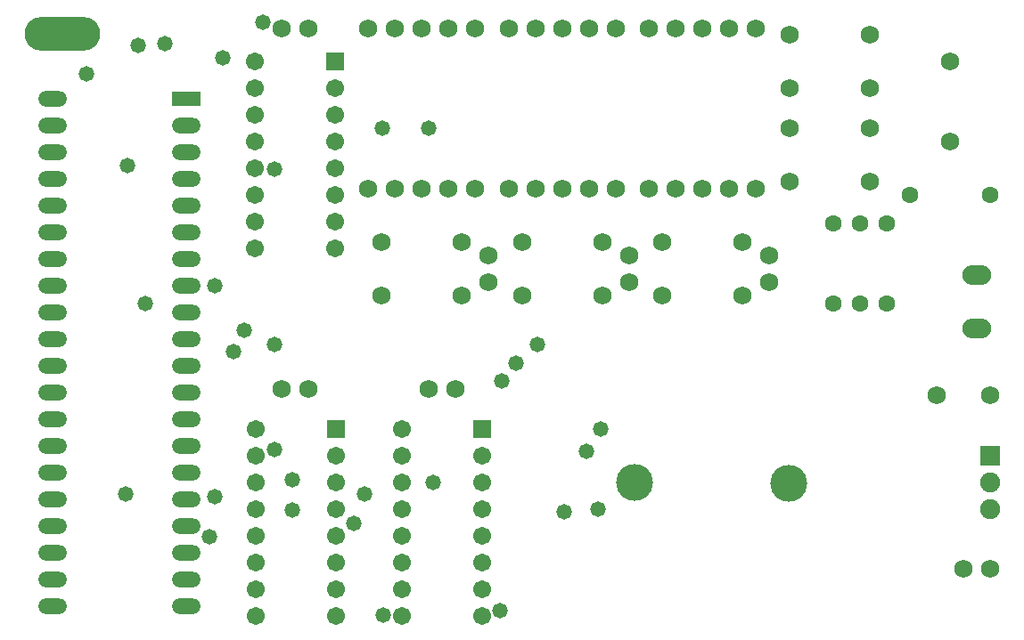
<source format=gts>
G04 Layer_Color=8388736*
%FSLAX44Y44*%
%MOMM*%
G71*
G01*
G75*
%ADD24C,3.5032*%
%ADD25C,1.7272*%
%ADD26O,2.7432X1.4732*%
%ADD27R,2.7432X1.4732*%
%ADD28C,1.6032*%
%ADD29C,1.7032*%
%ADD30R,1.7032X1.7032*%
%ADD31O,7.2032X3.2032*%
%ADD32O,2.7432X1.8542*%
%ADD33R,1.9032X1.9032*%
%ADD34C,1.9032*%
%ADD35C,1.4732*%
D24*
X1490950Y894550D02*
D03*
X1637950Y894300D02*
D03*
D25*
X1638300Y1231900D02*
D03*
X1714500D02*
D03*
Y1181100D02*
D03*
X1638300D02*
D03*
X1714500Y1270000D02*
D03*
X1638300D02*
D03*
Y1320800D02*
D03*
X1714500D02*
D03*
X1517650Y1123950D02*
D03*
X1593850D02*
D03*
Y1073150D02*
D03*
X1517650D02*
D03*
X1384300Y1123950D02*
D03*
X1460500D02*
D03*
Y1073150D02*
D03*
X1384300D02*
D03*
X1250950Y1123950D02*
D03*
X1327150D02*
D03*
Y1073150D02*
D03*
X1250950D02*
D03*
X1790700Y1219200D02*
D03*
Y1295400D02*
D03*
X1352550Y1111250D02*
D03*
Y1085850D02*
D03*
X1619250Y1111250D02*
D03*
Y1085850D02*
D03*
X1485900Y1111250D02*
D03*
Y1085850D02*
D03*
X1155700Y1327150D02*
D03*
X1181100D02*
D03*
X1320800Y984250D02*
D03*
X1295400D02*
D03*
X1238250Y1327150D02*
D03*
X1263650D02*
D03*
X1289050D02*
D03*
X1314450D02*
D03*
X1339850D02*
D03*
Y1174750D02*
D03*
X1314450D02*
D03*
X1289050D02*
D03*
X1263650D02*
D03*
X1238250D02*
D03*
X1371600Y1327150D02*
D03*
X1397000D02*
D03*
X1422400D02*
D03*
X1447800D02*
D03*
X1473200D02*
D03*
Y1174750D02*
D03*
X1447800D02*
D03*
X1422400D02*
D03*
X1397000D02*
D03*
X1371600D02*
D03*
X1504950Y1327150D02*
D03*
X1530350D02*
D03*
X1555750D02*
D03*
X1581150D02*
D03*
X1606550D02*
D03*
Y1174750D02*
D03*
X1581150D02*
D03*
X1555750D02*
D03*
X1530350D02*
D03*
X1504950D02*
D03*
X1828800Y977900D02*
D03*
X1778000D02*
D03*
X1155700Y984250D02*
D03*
X1181100D02*
D03*
X1803400Y812800D02*
D03*
X1828800D02*
D03*
D26*
X938530Y776986D02*
D03*
Y802386D02*
D03*
Y827786D02*
D03*
Y853186D02*
D03*
Y878586D02*
D03*
Y903986D02*
D03*
Y929386D02*
D03*
Y954786D02*
D03*
Y980186D02*
D03*
Y1005586D02*
D03*
Y1030986D02*
D03*
Y1056386D02*
D03*
Y1081786D02*
D03*
Y1107186D02*
D03*
Y1132586D02*
D03*
Y1157986D02*
D03*
Y1183386D02*
D03*
Y1208786D02*
D03*
Y1234186D02*
D03*
Y1259586D02*
D03*
X1065530Y776986D02*
D03*
Y802386D02*
D03*
Y827786D02*
D03*
Y853186D02*
D03*
Y878586D02*
D03*
Y903986D02*
D03*
Y929386D02*
D03*
Y954786D02*
D03*
Y980186D02*
D03*
Y1005586D02*
D03*
Y1030986D02*
D03*
Y1056386D02*
D03*
Y1081786D02*
D03*
Y1107186D02*
D03*
Y1132586D02*
D03*
Y1157986D02*
D03*
Y1183386D02*
D03*
Y1208786D02*
D03*
Y1234186D02*
D03*
D27*
Y1259586D02*
D03*
D28*
X1828800Y1168400D02*
D03*
X1752600D02*
D03*
X1679956Y1141476D02*
D03*
Y1065276D02*
D03*
X1705356Y1141476D02*
D03*
Y1065276D02*
D03*
X1730756Y1141476D02*
D03*
Y1065276D02*
D03*
D29*
X1130300Y1117600D02*
D03*
Y1143000D02*
D03*
Y1168400D02*
D03*
Y1193800D02*
D03*
Y1219200D02*
D03*
Y1244600D02*
D03*
Y1270000D02*
D03*
Y1295400D02*
D03*
X1206500Y1117600D02*
D03*
Y1143000D02*
D03*
Y1168400D02*
D03*
Y1193800D02*
D03*
Y1219200D02*
D03*
Y1244600D02*
D03*
Y1270000D02*
D03*
X1131570Y768096D02*
D03*
Y793496D02*
D03*
Y818896D02*
D03*
Y844296D02*
D03*
Y869696D02*
D03*
Y895096D02*
D03*
Y920496D02*
D03*
Y945896D02*
D03*
X1207770Y768096D02*
D03*
Y793496D02*
D03*
Y818896D02*
D03*
Y844296D02*
D03*
Y869696D02*
D03*
Y895096D02*
D03*
Y920496D02*
D03*
X1270000Y768350D02*
D03*
Y793750D02*
D03*
Y819150D02*
D03*
Y844550D02*
D03*
Y869950D02*
D03*
Y895350D02*
D03*
Y920750D02*
D03*
Y946150D02*
D03*
X1346200Y768350D02*
D03*
Y793750D02*
D03*
Y819150D02*
D03*
Y844550D02*
D03*
Y869950D02*
D03*
Y895350D02*
D03*
Y920750D02*
D03*
D30*
X1206500Y1295400D02*
D03*
X1207770Y945896D02*
D03*
X1346200Y946150D02*
D03*
D31*
X947674Y1321816D02*
D03*
D32*
X1816100Y1041400D02*
D03*
Y1092200D02*
D03*
D33*
X1828800Y920750D02*
D03*
D34*
Y895350D02*
D03*
Y869950D02*
D03*
D35*
X1045210Y1312418D02*
D03*
X1137920Y1332484D02*
D03*
X1148842Y1193038D02*
D03*
X1252220Y768604D02*
D03*
X1363726Y772668D02*
D03*
X1026160Y1065276D02*
D03*
X1456182Y869188D02*
D03*
X1300226Y895350D02*
D03*
X1459230Y946150D02*
D03*
X1109958Y1019556D02*
D03*
X1378966Y1008126D02*
D03*
X1149096Y1026414D02*
D03*
X1365250Y991616D02*
D03*
X1120140Y1039876D02*
D03*
X1399286Y1026160D02*
D03*
X1224280Y855726D02*
D03*
X1445260Y924560D02*
D03*
X1009650Y1196340D02*
D03*
X1007872Y884174D02*
D03*
X1087120Y843026D02*
D03*
X1092200Y881634D02*
D03*
X1166114Y868934D02*
D03*
Y897128D02*
D03*
X1234440Y883786D02*
D03*
X1295908Y1231900D02*
D03*
X1424686Y867410D02*
D03*
X1019810Y1310640D02*
D03*
X1092454Y1082294D02*
D03*
X1251712Y1231900D02*
D03*
X970788Y1283970D02*
D03*
X1100328Y1298448D02*
D03*
X1149350Y926338D02*
D03*
M02*

</source>
